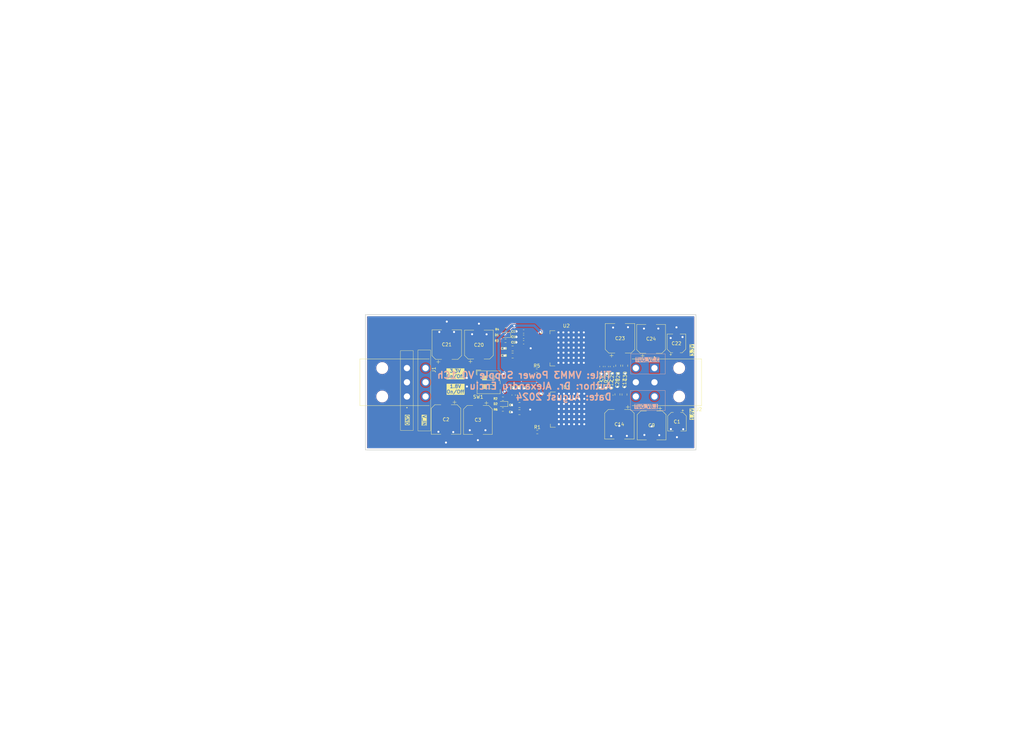
<source format=kicad_pcb>
(kicad_pcb (version 20240108) (generator "pcbnew") (generator_version "8.0")
  (title_block (comment 4 "AISLER Project ID: WEODJLLP"))
  (layers (0 "F.Cu" signal) (1 "In1.Cu" signal) (2 "In2.Cu" signal) (31 "B.Cu" signal) (34 "B.Paste" user) (35 "F.Paste" user) (36 "B.SilkS" user "B.Silkscreen") (37 "F.SilkS" user "F.Silkscreen") (38 "B.Mask" user) (39 "F.Mask" user) (44 "Edge.Cuts" user))
  (net 0 "")
  (net 1 "GND")
  (net 2 "{slash}EN_3.3V")
  (net 3 "{slash}EN_1.8V")
  (net 4 "1.8V_Out")
  (net 5 "3.6V_Vin")
  (net 6 "Net-(D1-A)")
  (net 7 "Net-(D2-A)")
  (net 8 "Net-(U1-{slash}PG)")
  (net 9 "3.3V_Out")
  (net 10 "Net-(U2-{slash}PG)")
  (footprint "Capacitor_SMD:CP_Elec_5x5.4" (layer "F.Cu") (at 174.94 63.18 -90)
    (property "Reference" "C1" (at 0 0 180) (layer "F.SilkS"))
    (property "Value" "47uF" (hide yes))
    (pad "1" smd roundrect (at -2.2 0 270) (size 3 1.6) (layers "F.Cu" "F.Paste" "F.Mask") (roundrect_rratio 0.15625) (net 4 "1.8V_Out"))
    (pad "2" smd roundrect (at 2.2 0 270) (size 3 1.6) (layers "F.Cu" "F.Paste" "F.Mask") (roundrect_rratio 0.15625) (net 1 "GND"))
  )
  (footprint "Capacitor_SMD:CP_Elec_8x10.5" (layer "F.Cu") (at 158.11 38.54 90)
    (property "Reference" "C23" (at 0 0 180) (layer "F.SilkS"))
    (property "Value" "220uF" (hide yes))
    (pad "1" smd roundrect (at -3.7 0 90) (size 4.4 2.5) (layers "F.Cu" "F.Paste" "F.Mask") (roundrect_rratio 0.1) (net 9 "3.3V_Out"))
    (pad "2" smd roundrect (at 3.7 0 90) (size 4.4 2.5) (layers "F.Cu" "F.Paste" "F.Mask") (roundrect_rratio 0.1) (net 1 "GND"))
  )
  (footprint "Capacitor_SMD:CP_Elec_8x10.5" (layer "F.Cu") (at 106.695 62.525 -90)
    (property "Reference" "C2" (at 0 0 180) (layer "F.SilkS"))
    (property "Value" "220uF" (hide yes))
    (pad "1" smd roundrect (at -3.7 0 270) (size 4.4 2.5) (layers "F.Cu" "F.Paste" "F.Mask") (roundrect_rratio 0.1) (net 5 "3.6V_Vin"))
    (pad "2" smd roundrect (at 3.7 0 270) (size 4.4 2.5) (layers "F.Cu" "F.Paste" "F.Mask") (roundrect_rratio 0.1) (net 1 "GND"))
  )
  (footprint "Resistor_SMD:R_0603_1608Metric" (layer "F.Cu") (at 123.485 59.56)
    (property "Reference" "R6" (at -2.1525 0.03 360) (layer "F.SilkS") (effects (font (size 0.6 0.6))))
    (property "Value" "R" (hide yes))
    (pad "1" smd roundrect (at -0.825 0) (size 0.8 0.95) (layers "F.Cu" "F.Paste" "F.Mask") (net 7 "Net-(D2-A)"))
    (pad "2" smd roundrect (at 0.825 0) (size 0.8 0.95) (layers "F.Cu" "F.Paste" "F.Mask") (net 5 "3.6V_Vin"))
  )
  (footprint "LED_SMD:LED_0603_1608Metric" (layer "F.Cu") (at 124.295 37.55 180)
    (property "Reference" "D1" (at 2.58 0.005 0) (layer "F.SilkS") (effects (font (size 0.6 0.6))))
    (property "Value" "LED" (hide yes))
    (pad "1" smd roundrect (at -0.7875 0 180) (size 0.875 0.95) (layers "F.Cu" "F.Paste" "F.Mask") (net 2 "{slash}EN_3.3V"))
    (pad "2" smd roundrect (at 0.7875 0 180) (size 0.875 0.95) (layers "F.Cu" "F.Paste" "F.Mask") (net 6 "Net-(D1-A)"))
  )
  (footprint "Button_Switch_SMD:SW_DIP_SPSTx02_Slide_6.7x6.64mm_W8.61mm_P2.54mm_LowProfile" (layer "F.Cu") (at 119.275 51.525)
    (property "Reference" "SW1" (at -3.065 4.32 0) (layer "F.SilkS"))
    (property "Value" "SW_DIP_x02" (hide yes))
    (pad "1" smd rect (at -4.305 -1.27) (size 2.44 1.12) (layers "F.Cu" "F.Paste" "F.Mask") (net 1 "GND"))
    (pad "2" smd rect (at -4.305 1.27) (size 2.44 1.12) (layers "F.Cu" "F.Paste" "F.Mask") (net 1 "GND"))
    (pad "3" smd rect (at 4.305 1.27) (size 2.44 1.12) (layers "F.Cu" "F.Paste" "F.Mask") (net 3 "{slash}EN_1.8V"))
    (pad "4" smd rect (at 4.305 -1.27) (size 2.44 1.12) (layers "F.Cu" "F.Paste" "F.Mask") (net 2 "{slash}EN_3.3V"))
  )
  (footprint "Capacitor_SMD:C_0603_1608Metric" (layer "F.Cu") (at 129.62 38.095 180)
    (property "Reference" "C16" (at 2.815 0 0) (layer "F.SilkS") (effects (font (size 0.6 0.6))))
    (property "Value" "100nF" (hide yes))
    (pad "1" smd roundrect (at -0.775 0 180) (size 0.9 0.95) (layers "F.Cu" "F.Paste" "F.Mask") (net 5 "3.6V_Vin"))
    (pad "2" smd roundrect (at 0.775 0 180) (size 0.9 0.95) (layers "F.Cu" "F.Paste" "F.Mask") (net 1 "GND"))
  )
  (footprint "Capacitor_SMD:C_0603_1608Metric" (layer "F.Cu") (at 129.62 39.715 180)
    (property "Reference" "C15" (at 2.815 -0.0075 0) (layer "F.SilkS") (effects (font (size 0.6 0.6))))
    (property "Value" "10nF" (hide yes))
    (pad "1" smd roundrect (at -0.775 0 180) (size 0.9 0.95) (layers "F.Cu" "F.Paste" "F.Mask") (net 5 "3.6V_Vin"))
    (pad "2" smd roundrect (at 0.775 0 180) (size 0.9 0.95) (layers "F.Cu" "F.Paste" "F.Mask") (net 1 "GND"))
  )
  (footprint "Capacitor_SMD:CP_Elec_8x6.2" (layer "F.Cu") (at 116.42 40.3775 90)
    (property "Reference" "C20" (at -0.1175 0 180) (layer "F.SilkS"))
    (property "Value" "100uF" (hide yes))
    (pad "1" smd roundrect (at -3.05 0 90) (size 4 2.5) (layers "F.Cu" "F.Paste" "F.Mask") (roundrect_rratio 0.1) (net 5 "3.6V_Vin"))
    (pad "2" smd roundrect (at 3.05 0 90) (size 4 2.5) (layers "F.Cu" "F.Paste" "F.Mask") (roundrect_rratio 0.1) (net 1 "GND"))
  )
  (footprint "Capacitor_SMD:CP_Elec_5x5.4" (layer "F.Cu") (at 174.78 40.04 90)
    (property "Reference" "C22" (at 0 0 360) (layer "F.SilkS"))
    (property "Value" "47uF" (hide yes))
    (pad "1" smd roundrect (at -2.2 0 90) (size 3 1.6) (layers "F.Cu" "F.Paste" "F.Mask") (roundrect_rratio 0.15625) (net 9 "3.3V_Out"))
    (pad "2" smd roundrect (at 2.2 0 90) (size 3 1.6) (layers "F.Cu" "F.Paste" "F.Mask") (roundrect_rratio 0.15625) (net 1 "GND"))
  )
  (footprint "Capacitor_SMD:CP_Elec_8x6.2" (layer "F.Cu") (at 167.28 38.69 90)
    (property "Reference" "C24" (at 0 0 180) (layer "F.SilkS"))
    (property "Value" "100uF" (hide yes))
    (pad "1" smd roundrect (at -3.05 0 90) (size 4 2.5) (layers "F.Cu" "F.Paste" "F.Mask") (roundrect_rratio 0.1) (net 9 "3.3V_Out"))
    (pad "2" smd roundrect (at 3.05 0 90) (size 4 2.5) (layers "F.Cu" "F.Paste" "F.Mask") (roundrect_rratio 0.1) (net 1 "GND"))
  )
  (footprint "Capacitor_SMD:C_0603_1608Metric" (layer "F.Cu") (at 155.525 55.33 90)
    (property "Reference" "C12" (at 3.055 0.005 90) (layer "F.SilkS"))
    (property "Value" "1nF" (hide yes))
    (pad "1" smd roundrect (at -0.775 0 90) (size 0.9 0.95) (layers "F.Cu" "F.Paste" "F.Mask") (net 4 "1.8V_Out"))
    (pad "2" smd roundrect (at 0.775 0 90) (size 0.9 0.95) (layers "F.Cu" "F.Paste" "F.Mask") (net 1 "GND"))
  )
  (footprint "Package_TO_SOT_SMD:TO-263-5_TabPin3" (layer "F.Cu") (at 142.235 41.475)
    (property "Reference" "U2" (at 0 -6.65 360) (layer "F.SilkS"))
    (property "Value" "~")
    (pad "1" smd roundrect (at -7.65 -3.4) (size 4.6 1.1) (layers "F.Cu" "F.Paste" "F.Mask") (roundrect_rratio 0.227273) (net 2 "{slash}EN_3.3V"))
    (pad "2" smd roundrect (at -7.65 -1.7) (size 4.6 1.1) (layers "F.Cu" "F.Paste" "F.Mask") (roundrect_rratio 0.227273) (net 5 "3.6V_Vin"))
    (pad "3" smd roundrect (at -7.65 0) (size 4.6 1.1) (layers "F.Cu" "F.Paste" "F.Mask") (roundrect_rratio 0.227273) (net 1 "GND"))
    (pad "3" smd roundrect (at -0.925 -2.775) (size 4.55 5.25) (layers "F.Cu" "F.Paste") (roundrect_rratio 0.054945) (net 1 "GND"))
    (pad "3" smd roundrect (at -0.925 2.775) (size 4.55 5.25) (layers "F.Cu" "F.Paste") (roundrect_rratio 0.054945) (net 1 "GND"))
    (pad "3" smd roundrect (at 1.5 0) (size 9.4 10.8) (layers "F.Cu" "F.Mask") (roundrect_rratio 0.026596) (net 1 "GND"))
    (pad "3" smd roundrect (at 3.925 -2.775) (size 4.55 5.25) (layers "F.Cu" "F.Paste") (roundrect_rratio 0.054945) (net 1 "GND"))
    (pad "3" smd roundrect (at 3.925 2.775) (size 4.55 5.25) (layers "F.Cu" "F.Paste") (roundrect_rratio 0.054945) (net 1 "GND"))
    (pad "4" smd roundrect (at -7.65 1.7) (size 4.6 1.1) (layers "F.Cu" "F.Paste" "F.Mask") (roundrect_rratio 0.227273) (net 9 "3.3V_Out"))
    (pad "5" smd roundrect (at -7.65 3.4) (size 4.6 1.1) (layers "F.Cu" "F.Paste" "F.Mask") (roundrect_rratio 0.227273) (net 10 "Net-(U2-{slash}PG)"))
  )
  (footprint "Molex_PCB_Power_Connector:MOLEX_39-30-1060" (layer "F.Cu") (at 165.53 51.525 90)
    (property "Reference" "J2" (at -8.015 15.93 180) (layer "F.SilkS"))
    (property "Value" "PCI-E_OUT")
    (pad "" np_thru_hole circle (at -4.2 10.05 90) (size 3.05 3.05) (drill 3.05) (layers "*.Cu" "*.Mask"))
    (pad "" np_thru_hole circle (at 4.2 10.05 90) (size 3.05 3.05) (drill 3.05) (layers "*.Cu" "*.Mask"))
    (pad "1" thru_hole rect (at 4.2 2.75 90) (size 2.775 2.775) (drill 1.85) (layers "*.Cu" "*.Mask") (net 9 "3.3V_Out"))
    (pad "2" thru_hole circle (at 0 2.75 90) (size 2.775 2.775) (drill 1.85) (layers "*.Cu" "*.Mask") (net 1 "GND"))
    (pad "3" thru_hole circle (at -4.2 2.75 90) (size 2.775 2.775) (drill 1.85) (layers "*.Cu" "*.Mask") (net 4 "1.8V_Out"))
    (pad "4" thru_hole circle (at 4.2 -2.75 90) (size 2.775 2.775) (drill 1.85) (layers "*.Cu" "*.Mask") (net 9 "3.3V_Out"))
    (pad "5" thru_hole circle (at 0 -2.75 90) (size 2.775 2.775) (drill 1.85) (layers "*.Cu" "*.Mask") (net 1 "GND"))
    (pad "6" thru_hole circle (at -4.2 -2.75 90) (size 2.775 2.775) (drill 1.85) (layers "*.Cu" "*.Mask") (net 4 "1.8V_Out"))
  )
  (footprint "Capacitor_SMD:C_0603_1608Metric" (layer "F.Cu") (at 153.93 55.32 90)
    (property "Reference" "C10" (at 3.045 -0.005 90) (layer "F.SilkS"))
    (property "Value" "10nF" (hide yes))
    (pad "1" smd roundrect (at -0.775 0 90) (size 0.9 0.95) (layers "F.Cu" "F.Paste" "F.Mask") (net 4 "1.8V_Out"))
    (pad "2" smd roundrect (at 0.775 0 90) (size 0.9 0.95) (layers "F.Cu" "F.Paste" "F.Mask") (net 1 "GND"))
  )
  (footprint "Capacitor_SMD:C_0805_2012Metric" (layer "F.Cu") (at 157.56 46.62 -90)
    (property "Reference" "C28" (at 3.26 0.04 90) (layer "F.SilkS"))
    (property "Value" "1uF" (hide yes))
    (pad "1" smd roundrect (at -0.95 0 270) (size 1 1.45) (layers "F.Cu" "F.Paste" "F.Mask") (net 9 "3.3V_Out"))
    (pad "2" smd roundrect (at 0.95 0 270) (size 1 1.45) (layers "F.Cu" "F.Paste" "F.Mask") (net 1 "GND"))
  )
  (footprint "Resistor_SMD:R_0603_1608Metric" (layer "F.Cu") (at 133.515 48.08)
    (property "Reference" "R5" (at 0 -1.43 360) (layer "F.SilkS"))
    (property "Value" "R" (hide yes))
    (pad "1" smd roundrect (at -0.825 0) (size 0.8 0.95) (layers "F.Cu" "F.Paste" "F.Mask") (net 9 "3.3V_Out"))
    (pad "2" smd roundrect (at 0.825 0) (size 0.8 0.95) (layers "F.Cu" "F.Paste" "F.Mask") (net 10 "Net-(U2-{slash}PG)"))
  )
  (footprint "Capacitor_SMD:C_0805_2012Metric" (layer "F.Cu") (at 159.43 55.15 90)
    (property "Reference" "C13" (at 3.285 -0.005 90) (layer "F.SilkS"))
    (property "Value" "1uF" (hide yes))
    (pad "1" smd roundrect (at -0.95 0 90) (size 1 1.45) (layers "F.Cu" "F.Paste" "F.Mask") (net 4 "1.8V_Out"))
    (pad "2" smd roundrect (at 0.95 0 90) (size 1 1.45) (layers "F.Cu" "F.Paste" "F.Mask") (net 1 "GND"))
  )
  (footprint "Capacitor_SMD:CP_Elec_8x6.2" (layer "F.Cu") (at 167.43 64.28 -90)
    (property "Reference" "C9" (at 0 0 180) (layer "F.SilkS"))
    (property "Value" "100uF" (hide yes))
    (pad "1" smd roundrect (at -3.05 0 270) (size 4 2.5) (layers "F.Cu" "F.Paste" "F.Mask") (roundrect_rratio 0.1) (net 4 "1.8V_Out"))
    (pad "2" smd roundrect (at 3.05 0 270) (size 4 2.5) (layers "F.Cu" "F.Paste" "F.Mask") (roundrect_rratio 0.1) (net 1 "GND"))
  )
  (footprint "Capacitor_SMD:C_0805_2012Metric" (layer "F.Cu") (at 159.62 46.62 -90)
    (property "Reference" "C30" (at 3.13 0.02 90) (layer "F.SilkS"))
    (property "Value" "10uF" (hide yes))
    (pad "1" smd roundrect (at -0.95 0 270) (size 1 1.45) (layers "F.Cu" "F.Paste" "F.Mask") (net 9 "3.3V_Out"))
    (pad "2" smd roundrect (at 0.95 0 270) (size 1 1.45) (layers "F.Cu" "F.Paste" "F.Mask") (net 1 "GND"))
  )
  (footprint "Resistor_SMD:R_0603_1608Metric" (layer "F.Cu") (at 123.5025 56.37 180)
    (property "Reference" "R2" (at 2.2 -0.02 360) (layer "F.SilkS") (effects (font (size 0.6 0.6))))
    (property "Value" "R" (hide yes))
    (pad "1" smd roundrect (at -0.825 0 180) (size 0.8 0.95) (layers "F.Cu" "F.Paste" "F.Mask") (net 3 "{slash}EN_1.8V"))
    (pad "2" smd roundrect (at 0.825 0 180) (size 0.8 0.95) (layers "F.Cu" "F.Paste" "F.Mask") (net 5 "3.6V_Vin"))
  )
  (footprint "Capacitor_SMD:C_0805_2012Metric" (layer "F.Cu") (at 126.37 43.64 180)
    (property "Reference" "C18" (at 2.595 0.005 0) (layer "F.SilkS") (effects (font (size 0.6 0.6))))
    (property "Value" "1uF" (hide yes))
    (pad "1" smd roundrect (at -0.95 0 180) (size 1 1.45) (layers "F.Cu" "F.Paste" "F.Mask") (net 5 "3.6V_Vin"))
    (pad "2" smd roundrect (at 0.95 0 180) (size 1 1.45) (layers "F.Cu" "F.Paste" "F.Mask") (net 1 "GND"))
  )
  (footprint "Molex_PCB_Power_Connector:MOLEX_39-30-1060" (layer "F.Cu") (at 97.9 51.525 -90)
    (property "Reference" "J1" (at -3.725 -5.2178 90) (layer "F.SilkS"))
    (property "Value" "PCI-E_IN")
    (pad "" np_thru_hole circle (at -4.2 10.05 270) (size 3.05 3.05) (drill 3.05) (layers "*.Cu" "*.Mask"))
    (pad "" np_thru_hole circle (at 4.2 10.05 270) (size 3.05 3.05) (drill 3.05) (layers "*.Cu" "*.Mask"))
    (pad "1" thru_hole rect (at 4.2 2.75 270) (size 2.775 2.775) (drill 1.85) (layers "*.Cu" "*.Mask") (net 1 "GND"))
    (pad "2" thru_hole circle (at 0 2.75 270) (size 2.775 2.775) (drill 1.85) (layers "*.Cu" "*.Mask") (net 1 "GND"))
    (pad "3" thru_hole circle (at -4.2 2.75 270) (size 2.775 2.775) (drill 1.85) (layers "*.Cu" "*.Mask") (net 1 "GND"))
    (pad "4" thru_hole circle (at 4.2 -2.75 270) (size 2.775 2.775) (drill 1.85) (layers "*.Cu" "*.Mask") (net 5 "3.6V_Vin"))
    (pad "5" thru_hole circle (at 0 -2.75 270) (size 2.775 2.775) (drill 1.85) (layers "*.Cu" "*.Mask") (net 5 "3.6V_Vin"))
    (pad "6" thru_hole circle (at -4.2 -2.75 270) (size 2.775 2.775) (drill 1.85) (layers "*.Cu" "*.Mask") (net 5 "3.6V_Vin"))
  )
  (footprint "Capacitor_SMD:CP_Elec_8x6.2" (layer "F.Cu") (at 116.12 62.66 -90)
    (property "Reference" "C3" (at 0 0 180) (layer "F.SilkS"))
    (property "Value" "100uF" (hide yes))
    (pad "1" smd roundrect (at -3.05 0 270) (size 4 2.5) (layers "F.Cu" "F.Paste" "F.Mask") (roundrect_rratio 0.1) (net 5 "3.6V_Vin"))
    (pad "2" smd roundrect (at 3.05 0 270) (size 4 2.5) (layers "F.Cu" "F.Paste" "F.Mask") (roundrect_rratio 0.1) (net 1 "GND"))
  )
  (footprint "Resistor_SMD:R_0603_1608Metric" (layer "F.Cu") (at 133.66 66.23)
    (property "Reference" "R1" (at 0 -1.43 0) (layer "F.SilkS"))
    (property "Value" "R" (hide yes))
    (pad "1" smd roundrect (at -0.825 0) (size 0.8 0.95) (layers "F.Cu" "F.Paste" "F.Mask") (net 4 "1.8V_Out"))
    (pad "2" smd roundrect (at 0.825 0) (size 0.8 0.95) (layers "F.Cu" "F.Paste" "F.Mask") (net 8 "Net-(U1-{slash}PG)"))
  )
  (footprint "Capacitor_SMD:C_0603_1608Metric" (layer "F.Cu") (at 128.24 55.315 90)
    (property "Reference" "C8" (at 2.29 0.07 90) (layer "F.SilkS") (effects (font (size 0.6 0.6))))
    (property "Value" "1nF" (hide yes))
    (pad "1" smd roundrect (at -0.775 0 90) (size 0.9 0.95) (layers "F.Cu" "F.Paste" "F.Mask") (net 5 "3.6V_Vin"))
    (pad "2" smd roundrect (at 0.775 0 90) (size 0.9 0.95) (layers "F.Cu" "F.Paste" "F.Mask") (net 1 "GND"))
  )
  (footprint "LED_SMD:LED_0603_1608Metric" (layer "F.Cu") (at 123.4925 57.93 180)
    (property "Reference" "D2" (at 2.17 0.01 360) (layer "F.SilkS") (effects (font (size 0.6 0.6))))
    (property "Value" "LED" (hide yes))
    (pad "1" smd roundrect (at -0.7875 0 180) (size 0.875 0.95) (layers "F.Cu" "F.Paste" "F.Mask") (net 3 "{slash}EN_1.8V"))
    (pad "2" smd roundrect (at 0.7875 0 180) (size 0.875 0.95) (layers "F.Cu" "F.Paste" "F.Mask") (net 7 "Net-(D2-A)"))
  )
  (footprint "Capacitor_SMD:CP_Elec_8x10.5" (layer "F.Cu") (at 106.92 40.3775 90)
    (property "Reference" "C21" (at 0 0 180) (layer "F.SilkS"))
    (property "Value" "220uF" (hide yes))
    (pad "1" smd roundrect (at -3.7 0 90) (size 4.4 2.5) (layers "F.Cu" "F.Paste" "F.Mask") (roundrect_rratio 0.1) (net 5 "3.6V_Vin"))
    (pad "2" smd roundrect (at 3.7 0 90) (size 4.4 2.5) (layers "F.Cu" "F.Paste" "F.Mask") (roundrect_rratio 0.1) (net 1 "GND"))
  )
  (footprint "Capacitor_SMD:C_0603_1608Metric" (layer "F.Cu") (at 129.83 55.325 90)
    (property "Reference" "C7" (at 2.26 -0.01 90) (layer "F.SilkS") (effects (font (size 0.6 0.6))))
    (property "Value" "10nF" (hide yes))
    (pad "1" smd roundrect (at -0.775 0 90) (size 0.9 0.95) (layers "F.Cu" "F.Paste" "F.Mask") (net 5 "3.6V_Vin"))
    (pad "2" smd roundrect (at 0.775 0 90) (size 0.9 0.95) (layers "F.Cu" "F.Paste" "F.Mask") (net 1 "GND"))
  )
  (footprint "Package_TO_SOT_SMD:TO-263-5_TabPin3" (layer "F.Cu") (at 142.36 59.62)
    (property "Reference" "U1" (at 0 -6.65 0) (layer "F.SilkS"))
    (property "Value" "~")
    (pad "1" smd roundrect (at -7.65 -3.4) (size 4.6 1.1) (layers "F.Cu" "F.Paste" "F.Mask") (roundrect_rratio 0.227273) (net 3 "{slash}EN_1.8V"))
    (pad "2" smd roundrect (at -7.65 -1.7) (size 4.6 1.1) (layers "F.Cu" "F.Paste" "F.Mask") (roundrect_rratio 0.227273) (net 5 "3.6V_Vin"))
    (pad "3" smd roundrect (at -7.65 0) (size 4.6 1.1) (layers "F.Cu" "F.Paste" "F.Mask") (roundrect_rratio 0.227273) (net 1 "GND"))
    (pad "3" smd roundrect (at -0.925 -2.775) (size 4.55 5.25) (layers "F.Cu" "F.Paste") (roundrect_rratio 0.054945) (net 1 "GND"))
    (pad "3" smd roundrect (at -0.925 2.775) (size 4.55 5.25) (layers "F.Cu" "F.Paste") (roundrect_rratio 0.054945) (net 1 "GND"))
    (pad "3" smd roundrect (at 1.5 0) (size 9.4 10.8) (layers "F.Cu" "F.Mask") (roundrect_rratio 0.026596) (net 1 "GND"))
    (pad "3" smd roundrect (at 3.925 -2.775) (size 4.55 5.25) (layers "F.Cu" "F.Paste") (roundrect_rratio 0.054945) (net 1 "GND"))
    (pad "3" smd roundrect (at 3.925 2.775) (size 4.55 5.25) (layers "F.Cu" "F.Paste") (roundrect_rratio 0.054945) (net 1 "GND"))
    (pad "4" smd roundrect (at -7.65 1.7) (size 4.6 1.1) (layers "F.Cu" "F.Paste" "F.Mask") (roundrect_rratio 0.227273) (net 4 "1.8V_Out"))
    (pad "5" smd roundrect (at -7.65 3.4) (size 4.6 1.1) (layers "F.Cu" "F.Paste" "F.Mask") (roundrect_rratio 0.227273) (net 8 "Net-(U1-{slash}PG)"))
  )
  (footprint "Capacitor_SMD:C_0805_2012Metric" (layer "F.Cu") (at 128.38 60.37 180)
    (property "Reference" "C4" (at 2.5 0.04 360) (layer "F.SilkS") (effects (font (size 0.6 0.6))))
    (property "Value" "10uF" (hide yes))
    (pad "1" smd roundrect (at -0.95 0 180) (size 1 1.45) (layers "F.Cu" "F.Paste" "F.Mask") (net 5 "3.6V_Vin"))
    (pad "2" smd roundrect (at 0.95 0 180) (size 1 1.45) (layers "F.Cu" "F.Paste" "F.Mask") (net 1 "GND"))
  )
  (footprint "Capacitor_SMD:C_0603_1608Metric" (layer "F.Cu") (at 152.64 46.865 -90)
    (property "Reference" "C27" (at 3.02 -0.01 90) (layer "F.SilkS"))
    (property "Value" "1nF" (hide yes))
    (pad "1" smd roundrect (at -0.775 0 270) (size 0.9 0.95) (layers "F.Cu" "F.Paste" "F.Mask") (net 9 "3.3V_Out"))
    (pad "2" smd roundrect (at 0.775 0 270) (size 0.9 0.95) (layers "F.Cu" "F.Paste" "F.Mask") (net 1 "GND"))
  )
  (footprint "Capacitor_SMD:C_0805_2012Metric" (layer "F.Cu") (at 128.39 58.26 180)
    (property "Reference" "C5" (at 2.44 0 360) (layer "F.SilkS") (effects (font (size 0.6 0.6))))
    (property "Value" "1uF" (hide yes))
    (pad "1" smd roundrect (at -0.95 0 180) (size 1 1.45) (layers "F.Cu" "F.Paste" "F.Mask") (net 5 "3.6V_Vin"))
    (pad "2" smd roundrect (at 0.95 0 180) (size 1 1.45) (layers "F.Cu" "F.Paste" "F.Mask") (net 1 "GND"))
  )
  (footprint "Resistor_SMD:R_0603_1608Metric" (layer "F.Cu") (at 124.36 35.9 180)
    (property "Reference" "R4" (at 2.565 -0.0025 0) (layer "F.SilkS") (effects (font (size 0.6 0.6))))
    (property "Value" "R" (hide yes))
    (pad "1" smd roundrect (at -0.825 0 180) (size 0.8 0.95) (layers "F.Cu" "F.Paste" "F.Mask") (net 2 "{slash}EN_3.3V"))
    (pad "2" smd roundrect (at 0.825 0 180) (size 0.8 0.95) (layers "F.Cu" "F.Paste" "F.Mask") (net 5 "3.6V_Vin"))
  )
  (footprint "Resistor_SMD:R_0603_1608Metric" (layer "F.Cu") (at 124.28 39.27)
    (property "Reference" "R3" (at -2.615 0.005 0) (layer "F.SilkS") (effects (font (size 0.6 0.6))))
    (property "Value" "R" (hide yes))
    (pad "1" smd roundrect (at -0.825 0) (size 0.8 0.95) (layers "F.Cu" "F.Paste" "F.Mask") (net 6 "Net-(D1-A)"))
    (pad "2" smd roundrect (at 0.825 0) (size 0.8 0.95) (layers "F.Cu" "F.Paste" "F.Mask") (net 5 "3.6V_Vin"))
  )
  (footprint "Capacitor_SMD:C_0603_1608Metric" (layer "F.Cu") (at 154.19 46.865 -90)
    (property "Reference" "C26" (at 2.99 0.02 90) (layer "F.SilkS"))
    (property "Value" "100nF" (hide yes))
    (pad "1" smd roundrect (at -0.775 0 270) (size 0.9 0.95) (layers "F.Cu" "F.Paste" "F.Mask") (net 9 "3.3V_Out"))
    (pad "2" smd roundrect (at 0.775 0 270) (size 0.9 0.95) (layers "F.Cu" "F.Paste" "F.Mask") (net 1 "GND"))
  )
  (footprint "Capacitor_SMD:C_0603_1608Metric" (layer "F.Cu") (at 129.62 36.515 180)
    (property "Reference" "C17" (at 2.815 -0.02 0) (layer "F.SilkS") (effects (font (size 0.6 0.6))))
    (property "Value" "1nF" (hide yes))
    (pad "1" smd roundrect (at -0.775 0 180) (size 0.9 0.95) (layers "F.Cu" "F.Paste" "F.Mask") (net 5 "3.6V_Vin"))
    (pad "2" smd roundrect (at 0.775 0 180) (size 0.9 0.95) (layers "F.Cu" "F.Paste" "F.Mask") (net 1 "GND"))
  )
  (footprint "Capacitor_SMD:CP_Elec_8x10.5" (layer "F.Cu") (at 157.91 63.95 -90)
    (property "Reference" "C14" (at 0 0 0) (layer "F.SilkS"))
    (property "Value" "220uF" (hide yes))
    (pad "1" smd roundrect (at -3.7 0 270) (size 4.4 2.5) (layers "F.Cu" "F.Paste" "F.Mask") (roundrect_rratio 0.1) (net 4 "1.8V_Out"))
    (pad "2" smd roundrect (at 3.7 0 270) (size 4.4 2.5) (layers "F.Cu" "F.Paste" "F.Mask") (roundrect_rratio 0.1) (net 1 "GND"))
  )
  (footprint "Capacitor_SMD:C_0805_2012Metric" (layer "F.Cu") (at 126.37 41.515 180)
    (property "Reference" "C19" (at 2.595 -0.02 0) (layer "F.SilkS") (effects (font (size 0.6 0.6))))
    (property "Value" "10uF" (hide yes))
    (pad "1" smd roundrect (at -0.95 0 180) (size 1 1.45) (layers "F.Cu" "F.Paste" "F.Mask") (net 5 "3.6V_Vin"))
    (pad "2" smd roundrect (at 0.95 0 180) (size 1 1.45) (layers "F.Cu" "F.Paste" "F.Mask") (net 1 "GND"))
  )
  (footprint "Capacitor_SMD:C_0805_2012Metric" (layer "F.Cu") (at 157.35 55.12 90)
    (property "Reference" "C29" (at 3.33 -0.03 90) (layer "F.SilkS"))
    (property "Value" "10uF" (hide yes))
    (pad "1" smd roundrect (at -0.95 0 90) (size 1 1.45) (layers "F.Cu" "F.Paste" "F.Mask") (net 4 "1.8V_Out"))
    (pad "2" smd roundrect (at 0.95 0 90) (size 1 1.45) (layers "F.Cu" "F.Paste" "F.Mask") (net 1 "GND"))
  )
  (footprint "Capacitor_SMD:C_0603_1608Metric" (layer "F.Cu") (at 126.69 55.305 90)
    (property "Reference" "C6" (at 2.225 -0.05 90) (layer "F.SilkS") (effects (font (size 0.6 0.6))))
    (property "Value" "100nF" (hide yes))
    (pad "1" smd roundrect (at -0.775 0 90) (size 0.9 0.95) (layers "F.Cu" "F.Paste" "F.Mask") (net 5 "3.6V_Vin"))
    (pad "2" smd roundrect (at 0.775 0 90) (size 0.9 0.95) (layers "F.Cu" "F.Paste" "F.Mask") (net 1 "GND"))
  )
  (footprint "Capacitor_SMD:C_0603_1608Metric" (layer "F.Cu") (at 152.235 55.33 90)
    (property "Reference" "C11" (at 3.05 0 90) (layer "F.SilkS"))
    (property "Value" "100nF" (hide yes))
    (pad "1" smd roundrect (at -0.775 0 90) (size 0.9 0.95) (layers "F.Cu" "F.Paste" "F.Mask") (net 4 "1.8V_Out"))
    (pad "2" smd roundrect (at 0.775 0 90) (size 0.9 0.95) (layers "F.Cu" "F.Paste" "F.Mask") (net 1 "GND"))
  )
  (footprint "Capacitor_SMD:C_0603_1608Metric" (layer "F.Cu") (at 155.75 46.875 -90)
    (property "Reference" "C25" (at 3 0 90) (layer "F.SilkS"))
    (property "Value" "10nF" (hide yes))
    (pad "1" smd roundrect (at -0.775 0 270) (size 0.9 0.95) (layers "F.Cu" "F.Paste" "F.Mask") (net 9 "3.3V_Out"))
    (pad "2" smd roundrect (at 0.775 0 270) (size 0.9 0.95) (layers "F.Cu" "F.Paste" "F.Mask") (net 1 "GND"))
  )
  (gr_rect (start 161.2 53.945) (end 171.44 59.885) (stroke (width 0.1)) (fill none) (layer "B.SilkS"))
  (gr_rect (start 161.24 43.115) (end 171.48 49.055) (stroke (width 0.1)) (fill none) (layer "B.SilkS"))
  (gr_rect (start 93.23 42.175) (end 97.01 65.755) (stroke (width 0.1)) (fill none) (layer "F.SilkS"))
  (gr_rect (start 98.4 42.005) (end 102.14 65.885) (stroke (width 0.1)) (fill none) (layer "F.SilkS"))
  (gr_rect (start 82.9 31.525) (end 180.53 71.525) (stroke (width 0.2)) (fill none) (layer "Edge.Cuts"))
  (gr_text "1.8V_OUT" (at 169.44 59.28 0) (layer "B.SilkS" knockout) (effects (font (size 1 1) (thickness 0.2) (bold yes)) (justify left bottom mirror)))
  (gr_text "3.3V_OUT" (at 169.75 45.445 0) (layer "B.SilkS" knockout) (effects (font (size 1 1) (thickness 0.2) (bold yes)) (justify left bottom mirror)))
  (gr_text "Title: VMM3 Power Supple V0 1Ch\nAuthor: Dr. Alexandru Enciu\nDate: August 2024" (at 155.82 57.025 0) (layer "B.SilkS") (effects (font (size 2 2) (thickness 0.4) (bold yes)) (justify left bottom mirror)))
  (gr_text "V_IN" (at 99.66 61.095 -90) (layer "F.SilkS" knockout) (effects (font (size 1 1) (thickness 0.2) (bold yes)) (justify left bottom)))
  (gr_text "1.8V\nOn/Off" (at 109.48 54.925 0) (layer "F.SilkS" knockout) (effects (font (size 1 1) (thickness 0.2) (bold yes)) (justify bottom)))
  (gr_text "GND" (at 94.62 61.005 270) (layer "F.SilkS" knockout) (effects (font (size 1 1) (thickness 0.2) (bold yes)) (justify left bottom)))
  (gr_text "1.8V" (at 179.97 62.725 90) (layer "F.SilkS" knockout) (effects (font (size 1 1) (thickness 0.2) (bold yes)) (justify left bottom)))
  (gr_text "3.3V" (at 179.97 43.765 90) (layer "F.SilkS" knockout) (effects (font (size 1 1) (thickness 0.2) (bold yes)) (justify left bottom)))
  (gr_text "3.3V\nOn/Off" (at 109.43 50.355 0) (layer "F.SilkS" knockout) (effects (font (size 1 1) (thickness 0.2) (bold yes)) (justify bottom)))
  (segment (start 118.335 65.71) (end 118.34 65.705) (width 0.8) (layer "F.Cu") (net 1))
  (segment (start 128.845 39.715) (end 127.51 39.715) (width 0.8) (layer "F.Cu") (net 1))
  (segment (start 116.12 68.625) (end 116.11 68.635) (width 0.8) (layer "F.Cu") (net 1))
  (segment (start 157.35 52.905) (end 157.36 52.895) (width 0.8) (layer "F.Cu") (net 1))
  (segment (start 157.56 47.57) (end 157.56 48.925) (width 0.8) (layer "F.Cu") (net 1))
  (segment (start 176.265 37.84) (end 176.57 38.145) (width 0.8) (layer "F.Cu") (net 1))
  (segment (start 106.695 66.225) (end 104.51 66.225) (width 0.8) (layer "F.Cu") (net 1))
  (segment (start 155.75 47.65) (end 155.75 48.965) (width 0.8) (layer "F.Cu") (net 1))
  (segment (start 116.12 65.71) (end 118.335 65.71) (width 0.8) (layer "F.Cu") (net 1))
  (segment (start 167.43 67.33) (end 169.525 67.33) (width 0.8) (layer "F.Cu") (net 1))
  (segment (start 167.43 64.585) (end 167.44 64.575) (width 0.8) (layer "F.Cu") (net 1))
  (segment (start 127.43 60.37) (end 126.145 60.37) (width 0.8) (layer "F.Cu") (net 1))
  (segment (start 157.56 48.925) (end 157.52 48.965) (width 0.8) (layer "F.Cu") (net 1))
  (segment (start 114.97 50.255) (end 112.85 50.255) (width 0.8) (layer "F.Cu") (net 1))
  (segment (start 165.525 67.33) (end 165.3 67.105) (width 0.8) (layer "F.Cu") (net 1))
  (segment (start 167.28 35.64) (end 169.415 35.64) (width 0.8) (layer "F.Cu") (net 1))
  (segment (start 124.02 41.515) (end 123.98 41.475) (width 0.8) (layer "F.Cu") (net 1))
  (segment (start 165.195 35.64) (end 165.18 35.655) (width 0.8) (layer "F.Cu") (net 1))
  (segment (start 106.695 66.225) (end 108.81 66.225) (width 0.8) (layer "F.Cu") (net 1))
  (segment (start 112.89 52.795) (end 112.87 52.775) (width 0.8) (layer "F.Cu") (net 1))
  (segment (start 126.145 60.37) (end 126.14 60.375) (width 0.8) (layer "F.Cu") (net 1))
  (segment (start 126.69 54.53) (end 126.69 53.255) (width 0.8) (layer "F.Cu") (net 1))
  (segment (start 155.525 54.555) (end 155.525 53.13) (width 0.8) (layer "F.Cu") (net 1))
  (segment (start 128.24 54.54) (end 128.24 53.325) (width 0.8) (layer "F.Cu") (net 1))
  (segment (start 167.43 67.33) (end 167.43 64.585) (width 0.8) (layer "F.Cu") (net 1))
  (segment (start 134.71 59.62) (end 139.835 59.62) (width 0.8) (layer "F.Cu") (net 1))
  (segment (start 114.4125 37.3275) (end 114.4 37.315) (width 0.8) (layer "F.Cu") (net 1))
  (segment (start 153.93 53.115) (end 153.91 53.095) (width 0.8) (layer "F.Cu") (net 1))
  (segment (start 127.44 58.26) (end 126.145 58.26) (width 0.8) (layer "F.Cu") (net 1))
  (segment (start 106.695 66.225) (end 106.695 69.33) (width 0.8) (layer "F.Cu") (net 1))
  (segment (start 116.42 37.3275) (end 116.42 34.205) (width 0.8) (layer "F.Cu") (net 1))
  (segment (start 109.0475 36.6775) (end 109.07 36.655) (width 0.8) (layer "F.Cu") (net 1))
  (segment (start 157.91 67.65) (end 155.735 67.65) (width 0.8) (layer "F.Cu") (net 1))
  (segment (start 106.92 36.6775) (end 109.0475 36.6775) (width 0.8) (layer "F.Cu") (net 1))
  (segment (start 174.78 37.84) (end 176.265 37.84) (width 0.8) (layer "F.Cu") (net 1))
  (segment (start 158.11 34.84) (end 160.065 34.84) (width 0.8) (layer "F.Cu") (net 1))
  (segment (start 128.845 36.515) (end 127.56 36.515) (width 0.8) (layer "F.Cu") (net 1))
  (segment (start 126.69 53.255) (end 126.66 53.225) (width 0.8) (layer "F.Cu") (net 1))
  (segment (start 106.695 69.33) (end 106.68 69.345) (width 0.8) (layer "F.Cu") (net 1))
  (segment (start 127.56 36.515) (end 127.54 36.495) (width 0.8) (layer "F.Cu") (net 1))
  (segment (start 157.91 67.65) (end 157.91 64.455) (width 0.8) (layer "F.Cu") (net 1))
  (segment (start 152.64 47.64) (end 152.64 49.065) (width 0.8) (layer "F.Cu") (net 1))
  (segment (start 116.12 65.71) (end 116.12 68.625) (width 0.8) (layer "F.Cu") (net 1))
  (segment (start 159.62 47.57) (end 159.62 48.965) (width 0.8) (layer "F.Cu") (net 1))
  (segment (start 155.735 67.65) (end 155.5 67.415) (width 0.8) (layer "F.Cu") (net 1))
  (segment (start 167.28 35.64) (end 165.195 35.64) (width 0.8) (layer "F.Cu") (net 1))
  (segment (start 116.12 65.71) (end 113.725 65.71) (width 0.8) (layer "F.Cu") (net 1))
  (segment (start 131.585 59.62) (end 134.71 59.62) (width 0.8) (layer "F.Cu") (net 1))
  (segment (start 139.835 59.62) (end 140.035 59.42) (width 0.8) (layer "F.Cu") (net 1))
  (segment (start 159.43 54.2) (end 159.43 52.945) (width 0.8) (layer "F.Cu") (net 1))
  (segment (start 116.42 37.3275) (end 118.6625 37.3275) (width 0.8) (layer "F.Cu") (net 1))
  (segment (start 127.55 38.095) (end 127.53 38.115) (width 0.8) (layer "F.Cu") (net 1))
  (segment (start 124.035 43.64) (end 124.02 43.625) (width 0.8) (layer "F.Cu") (net 1))
  (segment (start 153.93 54.545) (end 153.93 53.115) (width 0.8) (layer "F.Cu") (net 1))
  (segment (start 104.51 66.225) (end 104.45 66.165) (width 0.8) (layer "F.Cu") (net 1))
  (segment (start 159.855 67.65) (end 160.13 67.375) (width 0.8) (layer "F.Cu") (net 1))
  (segment (start 174.94 67.735) (end 174.92 67.755) (width 0.8) (layer "F.Cu") (net 1))
  (segment (start 113.725 65.71) (end 113.72 65.705) (width 0.8) (layer "F.Cu") (net 1))
  (segment (start 131.56 59.595) (end 131.585 59.62) (width 0.8) (layer "F.Cu") (net 1))
  (segment (start 104.7425 36.6775) (end 104.72 36.655) (width 0.8) (layer "F.Cu") (net 1))
  (segment (start 174.78 37.84) (end 174.78 35.285) (width 0.8) (layer "F.Cu") (net 1))
  (segment (start 108.81 66.225) (end 108.83 66.245) (width 0.8) (layer "F.Cu") (net 1))
  (segment (start 158.11 34.84) (end 156.565 34.84) (width 0.8) (layer "F.Cu") (net 1))
  (segment (start 156.565 34.84) (end 156.06 35.345) (width 0.8) (layer "F.Cu") (net 1))
  (segment (start 174.78 37.84) (end 173.675 37.84) (width 0.8) (layer "F.Cu") (net 1))
  (segment (start 173.135 65.38) (end 173.13 65.375) (width 0.8) (layer "F.Cu") (net 1))
  (segment (start 128.24 53.325) (end 128.22 53.305) (width 0.8) (layer "F.Cu") (net 1))
  (segment (start 152.235 54.555) (end 152.235 53.11) (width 0.8) (layer "F.Cu") (net 1))
  (segment (start 125.42 41.515) (end 124.02 41.515) (width 0.8) (layer "F.Cu") (net 1))
  (segment (start 116.42 37.3275) (end 114.4125 37.3275) (width 0.8) (layer "F.Cu") (net 1))
  (segment (start 169.415 35.64) (end 169.42 35.635) (width 0.8) (layer "F.Cu") (net 1))
  (segment (start 174.94 65.38) (end 174.94 67.735) (width 0.8) (layer "F.Cu") (net 1))
  (segment (start 128.845 38.095) (end 127.55 38.095) (width 0.8) (layer "F.Cu") (net 1))
  (segment (start 155.525 53.13) (end 155.53 53.125) (width 0.8) (layer "F.Cu") (net 1))
  (segment (start 126.145 58.26) (end 126.14 58.255) (width 0.8) (layer "F.Cu") (net 1))
  (segment (start 118.6625 37.3275) (end 118.68 37.345) (width 0.8) (layer "F.Cu") (net 1))
  (segment (start 131.71 41.475) (end 134.585 41.475) (width 0.8) (layer "F.Cu") (net 1))
  (segment (start 174.94 65.38) (end 173.135 65.38) (width 0.8) (layer "F.Cu") (net 1))
  (segment (start 152.64 49.065) (end 152.62 49.085) (width 0.8) (layer "F.Cu") (net 1))
  (segment (start 169.525 67.33) (end 169.7 67.155) (width 0.8) (layer "F.Cu") (net 1))
  (segment (start 152.235 53.11) (end 152.2 53.075) (width 0.8) (layer "F.Cu") (net 1))
  (segment (start 129.8 53.305) (end 129.83 53.335) (width 0.8) (layer "F.Cu") (net 1))
  (segment (start 129.83 53.335) (end 129.83 54.55) (width 0.8) (layer "F.Cu") (net 1))
  (segment (start 157.35 54.17) (end 157.35 52.905) (width 0.8) (layer "F.Cu") (net 1))
  (segment (start 167.43 67.33) (end 165.525 67.33) (width 0.8) (layer "F.Cu") (net 1))
  (segment (start 127.51 39.715) (end 127.5 39.705) (width 0.8) (layer "F.Cu") (net 1))
  (segment (start 173.675 37.84) (end 173.07 38.445) (width 0.8) (layer "F.Cu") (net 1))
  (segment (start 106.92 36.6775) (end 106.92 33.585) (width 0.8) (layer "F.Cu") (net 1))
  (segment (start 125.42 43.64) (end 124.035 43.64) (width 0.8) (layer "F.Cu") (net 1))
  (segment (start 157.91 67.65) (end 159.855 67.65) (width 0.8) (layer "F.Cu") (net 1))
  (segment (start 106.92 36.6775) (end 104.7425 36.6775) (width 0.8) (layer "F.Cu") (net 1))
  (segment (start 176.755 65.38) (end 176.78 65.405) (width 0.8) (layer "F.Cu") (net 1))
  (segment (start 134.585 41.475) (end 143.735 41.475) (width 0.8) (layer "F.Cu") (net 1))
  (segment (start 160.065 34.84) (end 160.46 35.235) (width 0.8) (layer "F.Cu") (net 1))
  (segment (start 114.97 52.795) (end 112.89 52.795) (width 0.8) (layer "F.Cu") (net 1))
  (segment (start 174.94 65.38) (end 176.755 65.38) (width 0.8) (layer "F.Cu") (net 1))
  (segment (start 154.19 47.64) (end 154.19 49.035) (width 0.8) (layer "F.Cu") (net 1))
  (segment (start 157.91 64.455) (end 157.87 64.415) (width 0.8) (layer "F.Cu") (net 1))
  (via (at 114.4 37.315) (size 1) (drill 0.6) (layers "F.Cu" "B.Cu") (net 1))
  (via (at 146.035 57.92) (size 1) (drill 0.6) (layers "F.Cu" "B.Cu") (net 1))
  (via (at 160.13 67.375) (size 1) (drill 0.6) (layers "F.Cu" "B.Cu") (net 1))
  (via (at 142.91 44.275) (size 1) (drill 0.6) (layers "F.Cu" "B.Cu") (net 1))
  (via (at 146.035 56.42) (size 1) (drill 0.6) (layers "F.Cu" "B.Cu") (net 1))
  (via (at 126.66 53.225) (size 1) (drill 0.6) (layers "F.Cu" "B.Cu") (net 1))
  (via (at 146.035 62.42) (size 1) (drill 0.6) (layers "F.Cu" "B.Cu") (net 1))
  (via (at 165.18 35.655) (size 1) (drill 0.6) (layers "F.Cu" "B.Cu") (net 1))
  (via (at 129.8 53.305) (size 1) (drill 0.6) (layers "F.Cu" "B.Cu") (net 1))
  (via (at 141.535 59.42) (size 1) (drill 0.6) (layers "F.Cu" "B.Cu") (net 1))
  (via (at 143.035 54.92) (size 1) (drill 0.6) (layers "F.Cu" "B.Cu") (net 1))
  (via (at 104.72 36.655) (size 1) (drill 0.6) (layers "F.Cu" "B.Cu") (net 1))
  (via (at 174.78 35.285) (size 1) (drill 0.6) (layers "F.Cu" "B.Cu") (net 1))
  (via (at 153.91 53.095) (size 1) (drill 0.6) (layers "F.Cu" "B.Cu") (net 1))
  (via (at 146.035 63.92) (size 1) (drill 0.6) (layers "F.Cu" "B.Cu") (net 1))
  (via (at 147.41 42.775) (size 1) (drill 0.6) (layers "F.Cu" "B.Cu") (net 1))
  (via (at 157.52 48.965) (size 1) (drill 0.6) (layers "F.Cu" "B.Cu") (net 1))
  (via (at 155.53 53.125) (size 1) (drill 0.6) (layers "F.Cu" "B.Cu") (net 1))
  (via (at 140.019208 60.91163) (size 1) (drill 0.6) (layers "F.Cu" "B.Cu") (net 1))
  (via (at 143.035 56.42) (size 1) (drill 0.6) (layers "F.Cu" "B.Cu") (net 1))
  (via (at 142.91 42.775) (size 1) (drill 0.6) (layers "F.Cu" "B.Cu") (net 1))
  (via (at 144.535 63.92) (size 1) (drill 0.6) (layers "F.Cu" "B.Cu") (net 1))
  (via (at 144.535 56.42) (size 1) (drill 0.6) (layers "F.Cu" "B.Cu") (net 1))
  (via (at 139.91 42.775) (size 1) (drill 0.6) (layers "F.Cu" "B.Cu") (net 1))
  (via (at 147.535 63.92) (size 1) (drill 0.6) (layers "F.Cu" "B.Cu") (net 1))
  (via (at 142.91 45.775) (size 1) (drill 0.6) (layers "F.Cu" "B.Cu") (net 1))
  (via (at 141.535 57.92) (size 1) (drill 0.6) (layers "F.Cu" "B.Cu") (net 1))
  (via (at 128.22 53.305) (size 1) (drill 0.6) (layers "F.Cu" "B.Cu") (net 1))
  (via (at 173.13 65.375) (size 1) (drill 0.6) (layers "F.Cu" "B.Cu") (net 1))
  (via (at 140.035 63.92) (size 1) (drill 0.6) (layers "F.Cu" "B.Cu") (net 1))
  (via (at 141.535 63.92) (size 1) (drill 0.6) (layers "F.Cu" "B.Cu") (net 1))
  (via (at 139.91 36.775) (size 1) (drill 0.6) (layers "F.Cu" "B.Cu") (net 1))
  (via (at 174.92 67.755) (size 1) (drill 0.6) (layers "F.Cu" "B.Cu") (net 1))
  (via (at 141.41 45.775) (size 1) (drill 0.6) (layers "F.Cu" "B.Cu") (net 1))
  (via (at 144.535 57.92) (size 1) (drill 0.6) (layers "F.Cu" "B.Cu") (net 1))
  (via (at 144.41 45.775) (size 1) (drill 0.6) (layers "F.Cu" "B.Cu") (net 1))
  (via (at 147.440073 38.26306) (size 1) (drill 0.6) (layers "F.Cu" "B.Cu") (net 1))
  (via (at 127.53 38.115) (size 1) (drill 0.6) (layers "F.Cu" "B.Cu") (net 1))
  (via (at 147.41 44.275) (size 1) (drill 0.6) (layers "F.Cu" "B.Cu") (net 1))
  (via (at 106.68 69.345) (size 1) (drill 0.6) (layers "F.Cu" "B.Cu") (net 1))
  (via (at 145.91 42.775) (size 1) (drill 0.6) (layers "F.Cu" "B.Cu") (net 1))
  (via (at 139.91 44.275) (size 1) (drill 0.6) (layers "F.Cu" "B.Cu") (net 1))
  (via (at 144.41 42.775) (size 1) (drill 0.6) (layers "F.Cu" "B.Cu") (net 1))
  (via (at 165.3 67.105) (size 1) (drill 0.6) (layers "F.Cu" "B.Cu") (net 1))
  (via (at 139.91 39.775) (size 1) (drill 0.6) (layers "F.Cu" "B.Cu") (net 1))
  (via (at 147.535 62.42) (size 1) (drill 0.6) (layers "F.Cu" "B.Cu") (net 1))
  (via (at 157.36 52.895) (size 1) (drill 0.6) (layers "F.Cu" "B.Cu") (net 1))
  (via (at 147.535 59.42) (size 1) (drill 0.6) (layers "F.Cu" "B.Cu") (net 1))
  (via (at 147.535 56.42) (size 1) (drill 0.6) (layers "F.Cu" "B.Cu") (net 1))
  (via (at 142.91 36.775) (size 1) (drill 0.6) (layers "F.Cu" "B.Cu") (net 1))
  (via (at 147.41 45.775) (size 1) (drill 0.6) (layers "F.Cu" "B.Cu") (net 1))
  (via (at 169.7 67.155) (size 1) (drill 0.6) (layers "F.Cu" "B.Cu") (net 1))
  (via (at 141.535 60.92) (size 1) (drill 0.6) (layers "F.Cu" "B.Cu") (net 1))
  (via (at 156.06 35.345) (size 1) (drill 0.6) (layers "F.Cu" "B.Cu") (net 1))
  (via (at 144.535 62.42) (size 1) (drill 0.6) (layers "F.Cu" "B.Cu") (net 1))
  (via (at 141.535 54.92) (size 1) (drill 0.6) (layers "F.Cu" "B.Cu") (net 1))
  (via (at 139.91 38.275) (size 1) (drill 0.6) (layers "F.Cu" "B.Cu") (net 1))
  (via (at 147.41 39.775) (size 1) (drill 0.6) (layers "F.Cu" "B.Cu") (net 1))
  (via (at 176.78 65.405) (size 1) (drill 0.6) (layers "F.Cu" "B.Cu") (net 1))
  (via (at 142.91 41.275) (size 1) (drill 0.6) (layers "F.Cu" "B.Cu") (net 1))
  (via (at 159.62 48.965) (size 1) (drill 0.6) (layers "F.Cu" "B.Cu") (net 1))
  (via (at 139.91 41.275) (size 1) (drill 0.6) (layers "F.Cu" "B.Cu") (net 1))
  (via (at 116.42 34.205) (size 1) (drill 0.6) (layers "F.Cu" "B.Cu") (net 1))
  (via (at 146.035 59.42) (size 1) (drill 0.6) (layers "F.Cu" "B.Cu") (net 1))
  (via (at 118.68 37.345) (size 1) (drill 0.6) (layers "F.Cu" "B.Cu") (net 1))
  (via (at 126.14 58.255) (size 1) (drill 0.6) (layers "F.Cu" "B.Cu") (net 1))
  (via (at 144.535 59.42) (size 1) (drill 0.6) (layers "F.Cu" "B.Cu") (net 1))
  (via (at 140.035 57.92) (size 1) (drill 0.6) (layers "F.Cu" "B.Cu") (net 1))
  (via (at 140.035 54.92) (size 1) (drill 0.6) (layers "F.Cu" "B.Cu") (net 1))
  (via (at 145.91 38.275) (size 1) (drill 0.6) (layers "F.Cu" "B.Cu") (net 1))
  (via (at 144.535 54.92) (size 1) (drill 0.6) (layers "F.Cu" "B.Cu") (net 1))
  (via (at 142.91 39.775) (size 1) (drill 0.6) (layers "F.Cu" "B.Cu") (net 1))
  (via (at 173.07 38.445) (size 1) (drill 0.6) (layers "F.Cu" "B.Cu") (net 1))
  (via (at 106.92 33.585) (size 1) (drill 0.6) (layers "F.Cu" "B.Cu") (net 1))
  (via (at 141.535 56.42) (size 1) (drill 0.6) (layers "F.Cu" "B.Cu") (net 1))
  (via (at 140.035 56.42) (size 1) (drill 0.6) (layers "F.Cu" "B.Cu") (net 1))
  (via (at 160.46 35.235) (size 1) (drill 0.6) (layers "F.Cu" "B.Cu") (net 1))
  (via (at 143.035 60.92) (size 1) (drill 0.6) (layers "F.Cu" "B.Cu") (net 1))
  (via (at 144.41 36.775) (size 1) (drill 0.6) (layers "F.Cu" "B.Cu") (net 1))
  (via (at 147.535 60.92) (size 1) (drill 0.6) (layers "F.Cu" "B.Cu") (net 1))
  (via (at 140.035 62.42) (size 1) (drill 0.6) (layers "F.Cu" "B.Cu") (net 1))
  (via (at 123.98 41.475) (size 1) (drill 0.6) (layers "F.Cu" "B.Cu") (net 1))
  (via (at 141.41 41.275) (size 1) (drill 0.6) (layers "F.Cu" "B.Cu") (net 1))
  (via (at 159.43 52.945) (size 1) (drill 0.6) (layers "F.Cu" "B.Cu") (net 1))
  (via (at 104.45 66.165) (size 1) (drill 0.6) (layers "F.Cu" "B.Cu") (net 1))
  (via (at 176.57 38.145) (size 1) (drill 0.6) (layers "F.Cu" "B.Cu") (net 1))
  (via (at 141.41 38.275) (size 1) (drill 0.6) (layers "F.Cu" "B.Cu") (net 1))
  (via (at 108.83 66.245) (size 1) (drill 0.6) (layers "F.Cu" "B.Cu") (net 1))
  (via (at 145.907939 45.774254) (size 1) (drill 0.6) (layers "F.Cu" "B.Cu") (net 1))
  (via (at 146.035 60.92) (size 1) (drill 0.6) (layers "F.Cu" "B.Cu") (net 1))
  (via (at 118.34 65.705) (size 1) (drill 0.6) (layers "F.Cu" "B.Cu") (net 1))
  (via (at 155.5 67.415) (size 1) (drill 0.6) (layers "F.Cu" "B.Cu") (net 1))
  (via (at 127.5 39.705) (size 1) (drill 0.6) (layers "F.Cu" "B.Cu") (net 1))
  (via (at 141.41 39.775) (size 1) (drill 0.6) (layers "F.Cu" "B.Cu") (net 1))
  (via (at 143.035 62.42) (size 1) (drill 0.6) (layers "F.Cu" "B.Cu") (net 1))
  (via (at 141.41 44.275) (size 1) (drill 0.6) (layers "F.Cu" "B.Cu") (net 1))
  (via (at 126.14 60.375) (size 1) (drill 0.6) (layers "F.Cu" "B.Cu") (net 1))
  (via (at 167.44 64.575) (size 1) (drill 0.6) (layers "F.Cu" "B.Cu") (net 1))
  (via (at 145.91 39.775) (size 1) (drill 0.6) (layers "F.Cu" "B.Cu") (net 1))
  (via (at 147.535 57.92) (size 1) (drill 0.6) (layers "F.Cu" "B.Cu") (net 1))
  (via (at 140.035 59.42) (size 1) (drill 0.6) (layers "F.Cu" "B.Cu") (net 1))
  (via (at 143.035 63.92) (size 1) (drill 0.6) (layers "F.Cu" "B.Cu") (net 1))
  (via (at 147.41 36.775) (size 1) (drill 0.6) (layers "F.Cu" "B.Cu") (net 1))
  (via (at 116.11 68.635) (size 1) (drill 0.6) (layers "F.Cu" "B.Cu") (net 1))
  (via (at 143.035 59.42) (size 1) (drill 0.6) (layers "F.Cu" "B.Cu") (net 1))
  (via (at 113.72 65.705) (size 1) (drill 0.6) (layers "F.Cu" "B.Cu") (net 1))
  (via (at 144.41 41.275) (size 1) (drill 0.6) (layers "F.Cu" "B.Cu") (net 1))
  (via (at 109.07 36.655) (size 1) (drill 0.6) (layers "F.Cu" "B.Cu") (net 1))
  (via (at 141.36759 36.768295) (size 1) (drill 0.6) (layers "F.Cu" "B.Cu") (net 1))
  (via (at 124.02 43.625) (size 1) (drill 0.6) (layers "F.Cu" "B.Cu") (net 1))
  (via (at 147.535 54.92) (size 1) (drill 0.6) (layers "F.Cu" "B.Cu") (net 1))
  (via (at 157.87 64.415) (size 1) (drill 0.6) (layers "F.Cu" "B.Cu") (net 1))
  (via (at 141.535 62.42) (size 1) (drill 0.6) (layers "F.Cu" "B.Cu") (net 1))
  (via (at 152.62 49.085) (size 1) (drill 0.6) (layers "F.Cu" "B.Cu") (net 1))
  (via (at 145.91 36.775) (size 1) (drill 0.6) (layers "F.Cu" "B.Cu") (net 1))
  (via (at 155.75 48.965) (size 1) (drill 0.6) (layers "F.Cu" "B.Cu") (net 1))
  (via (at 144.41 44.275) (size 1) (drill 0.6) (layers "F.Cu" "B.Cu") (net 1))
  (via (at 112.87 52.775) (size 1) (drill 0.6) (layers "F.Cu" "B.Cu") (net 1))
  (via (at 144.535 60.92) (size 1) (drill 0.6) (layers "F.Cu" "B.Cu") (net 1))
  (via (at 112.85 50.255) (size 1) (drill 0.6) (layers "F.Cu" "B.Cu") (net 1))
  (via (at 144.41 39.775) (size 1) (drill 0.6) (layers "F.Cu" "B.Cu") (net 1))
  (via (at 169.42 35.635) (size 1) (drill 0.6) (layers "F.Cu" "B.Cu") (net 1))
  (via (at 143.035 57.92) (size 1) (drill 0.6) (layers "F.Cu" "B.Cu") (net 1))
  (via (at 127.54 36.495) (size 1) (drill 0.6) (layers "F.Cu" "B.Cu") (net 1))
  (via (at 131.71 41.475) (size 1) (drill 0.6) (layers "F.Cu" "B.Cu") (net 1))
  (via (at 141.41 42.775) (size 1) (drill 0.6) (layers "F.Cu" "B.Cu") (net 1))
  (via (at 139.91 45.775) (size 1) (drill 0.6) (layers "F.Cu" "B.Cu") (net 1))
  (via (at 142.91 38.275) (size 1) (drill 0.6) (layers "F.Cu" "B.Cu") (net 1))
  (via (at 145.91 44.275) (size 1) (drill 0.6) (layers "F.Cu" "B.Cu") (net 1))
  (via (at 131.56 59.595) (size 1) (drill 0.6) (layers "F.Cu" "B.Cu") (net 1))
  (via (at 152.2 53.075) (size 1) (drill 0.6) (layers "F.Cu" "B.Cu") (net 1))
  (via (at 147.41 41.275) (size 1) (drill 0.6) (layers "F.Cu" "B.Cu") (net 1))
  (via (at 145.91 41.275) (size 1) (drill 0.6) (layers "F.Cu" "B.Cu") (net 1))
  (via (at 144.41 38.275) (size 1) (drill 0.6) (layers "F.Cu" "B.Cu") (net 1))
  (via (at 154.19 49.035) (size 1) (drill 0.6) (layers "F.Cu" "B.Cu") (net 1))
  (via (at 146.035 54.92) (size 1) (drill 0.6) (layers "F.Cu" "B.Cu") (net 1))
  (segment (start 125.0825 37.55) (end 125.0825 36.8025) (width 0.8) (layer "F.Cu") (net 2))
  (segment (start 125.185 35.9) (end 125.185 35.71) (width 0.8) (layer "F.Cu") (net 2))
  (segment (start 123.67 48.995) (end 123.67 50.165) (width 0.8) (layer "F.Cu") (net 2))
  (segment (start 134.585 36.68) (end 134.61 36.655) (width 0.8) (layer "F.Cu") (net 2))
  (segment (start 123.67 50.165) (end 123.58 50.255) (width 0.8) (layer "F.Cu") (net 2))
  (segment (start 126.11 34.785) (end 126.86 34.785) (width 0.8) (layer "F.Cu") (net 2))
  (segment (start 134.585 38.075) (end 134.585 36.68) (width 0.8) (layer "F.Cu") (net 2))
  (segment (start 125.185 36.7) (end 125.185 35.9) (width 0.8) (layer "F.Cu") (net 2))
  (segment (start 125.0825 36.8025) (end 125.185 36.7) (width 0.8) (layer "F.Cu") (net 2))
  (segment (start 125.185 35.71) (end 126.11 34.785) (width 0.8) (layer "F.Cu") (net 2))
  (via (at 123.67 48.995) (size 1) (drill 0.6) (layers "F.Cu" "B.Cu") (net 2))
  (via (at 126.86 34.785) (size 1) (drill 0.6) (layers "F.Cu" "B.Cu") (net 2))
  (via (at 134.61 36.655) (size 1) (drill 0.6) (layers "F.Cu" "B.Cu") (net 2))
  (segment (start 126.86 34.785) (end 127.17 34.785) (width 0.8) (layer "B.Cu") (net 2))
  (segment (start 132.74 34.785) (end 127.17 34.785) (width 0.8) (layer "B.Cu") (net 2))
  (segment (start 122.22 38.685) (end 126.12 34.785) (width 0.8) (layer "B.Cu") (net 2))
  (segment (start 134.61 36.655) (end 132.74 34.785) (width 0.8) (layer "B.Cu") (net 2))
  (segment (start 122.22 47.545) (end 122.22 38.685) (width 0.8) (layer "B.Cu") (net 2))
  (segment (start 123.67 48.995) (end 122.22 47.545) (width 0.8) (layer "B.Cu") (net 2))
  (segment (start 126.12 34.785) (end 126.86 34.785) (width 0.8) (layer "B.Cu") (net 2))
  (segment (start 134.72 56.21) (end 134.71 56.22) (width 0.8) (layer "F.Cu") (net 3))
  (segment (start 134.72 54.845) (end 134.72 56.21) (width 0.8) (layer "F.Cu") (net 3))
  (segment (start 124.28 56.4175) (end 124.3275 56.37) (width 0.8) (layer "F.Cu") (net 3))
  (segment (start 123.58 52.795) (end 123.58 53.815) (width 0.8) (layer "F.Cu") (net 3))
  (segment (start 123.58 53.815) (end 124.3275 54.5625) (width 0.8) (layer "F.Cu") (net 3))
  (segment (start 124.28 57.93) (end 124.28 56.4175) (width 0.8) (layer "F.Cu") (net 3))
  (segment (start 124.3275 54.5625) (end 124.3275 56.37) (width 0.8) (layer "F.Cu") (net 3))
  (via (at 124.01 54.245) (size 1) (drill 0.6) (layers "F.Cu" "B.Cu") (net 3))
  (via (at 134.72 54.845) (size 1) (drill 0.6) (layers "F.Cu" "B.Cu") (net 3))
  (segment (start 134.72 53.525) (end 134.72 54.845) (width 0.8) (layer "B.Cu") (net 3))
  (segment (start 133.03 51.835) (end 134.72 53.525) (width 0.8) (layer "B.Cu") (net 3))
  (segment (start 125.35 51.835) (end 133.03 51.835) (width 0.8) (layer "B.Cu") (net 3))
  (segment (start 124.01 53.175) (end 125.35 51.835) (width 0.8) (layer "B.Cu") (net 3))
  (segment (start 124.01 54.245) (end 124.01 53.175) (width 0.8) (layer "B.Cu") (net 3))
  (segment (start 123.5075 39.2175) (end 123.455 39.27) (width 0.8) (layer "F.Cu") (net 6))
  (segment (start 123.5075 37.55) (end 123.5075 39.2175) (width 0.8) (layer "F.Cu") (net 6))
  (segment (start 122.66 57.975) (end 122.705 57.93) (width 0.8) (layer "F.Cu") (net 7))
  (segment (start 122.66 59.56) (end 122.66 57.975) (width 0.8) (layer "F.Cu") (net 7))
  (segment (start 134.485 63.245) (end 134.71 63.02) (width 0.8) (layer "F.Cu") (net 8))
  (segment (start 134.485 66.23) (end 134.485 63.245) (width 0.8) (layer "F.Cu") (net 8))
  (segment (start 134.34 45.12) (end 134.585 44.875) (width 0.8) (layer "F.Cu") (net 10))
  (segment (start 134.34 48.08) (end 134.34 45.12) (width 0.8) (layer "F.Cu") (net 10))
  (zone (net 9) (net_name "3.3V_Out") (layer "F.Cu") (priority 1) (connect_pads yes (clearance 0.25)) (min_thickness 0.25) (fill yes (thermal_gap 0.5) (thermal_bridge_width 0.5))
    (polygon (pts (xy 151.48 38.36) (xy 177.79 38.36) (xy 177.79 43.75) (xy 151.48 43.75)))
  )
  (zone (net 5) (net_name "3.6V_Vin") (layer "F.Cu") (connect_pads yes (clearance 0.25)) (min_thickness 0.25) (fill yes (thermal_gap 0.25) (thermal_bridge_width 0.8))
    (polygon (pts (xy -22.27 -56.785) (xy 273.29 -56.785) (xy 273.29 152.495) (xy -22.27 152.495)))
  )
  (zone (net 4) (net_name "1.8V_Out") (layer "F.Cu") (priority 1) (connect_pads yes (clearance 0.25)) (min_thickness 0.25) (fill yes (thermal_gap 0.5) (thermal_bridge_width 0.5))
    (polygon (pts (xy 150.379252 52.075) (xy 178.219252 52.195) (xy 178.249252 59.035) (xy 150.409252 58.915)))
  )
  (zone (net 9) (net_name "3.3V_Out") (layer "F.Cu") (priority 1) (connect_pads yes (clearance 0.25)) (min_thickness 0.25) (fill yes (thermal_gap 0.5) (thermal_bridge_width 0.5))
    (polygon (pts (xy 129.06 42.16) (xy 177.89 42.1) (xy 177.89 51.365) (xy 129.06 51.425)))
  )
  (zone (net 4) (net_name "1.8V_Out") (layer "F.Cu") (priority 1) (connect_pads yes (clearance 0.25)) (min_thickness 0.25) (fill yes (thermal_gap 0.5) (thermal_bridge_width 0.5))
    (polygon (pts (xy 130.919252 58.951382) (xy 178.289252 58.721382) (xy 178.289252 67.986382) (xy 130.919252 68.216382)))
  )
  (zone (net 1) (net_name "GND") (layers "In1.Cu" "In2.Cu" "B.Cu") (connect_pads yes (clearance 0.25)) (min_thickness 0.25) (fill yes (thermal_gap 0.5) (thermal_bridge_width 0.5))
    (polygon (pts (xy -25.08 -61.495) (xy 277.47 -61.495) (xy 277.47 156.045) (xy -25.08 156.045)))
  )
)
</source>
